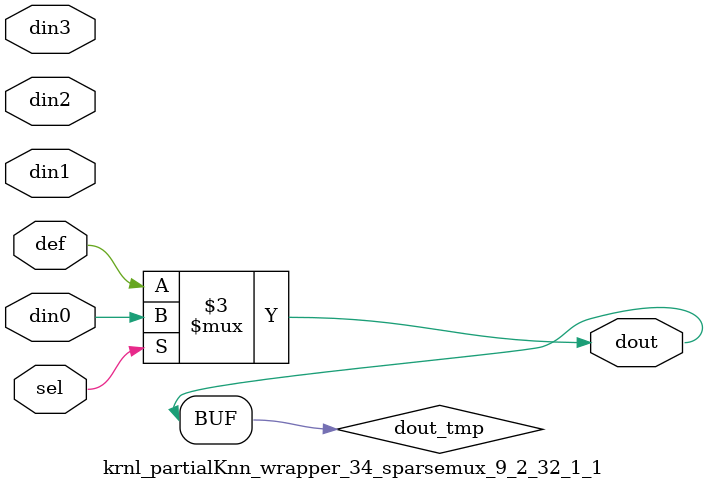
<source format=v>
`timescale 1 ns / 1 ps
module krnl_partialKnn_wrapper_34_sparsemux_9_2_32_1_1 (din0,din1,din2,din3,def,sel,dout);
parameter din0_WIDTH = 1;
parameter din1_WIDTH = 1;
parameter din2_WIDTH = 1;
parameter din3_WIDTH = 1;
parameter def_WIDTH = 1;
parameter sel_WIDTH = 1;
parameter dout_WIDTH = 1;
parameter [sel_WIDTH-1:0] CASE0 = 1;
parameter [sel_WIDTH-1:0] CASE1 = 1;
parameter [sel_WIDTH-1:0] CASE2 = 1;
parameter [sel_WIDTH-1:0] CASE3 = 1;
parameter ID = 1;
parameter NUM_STAGE = 1;
input [din0_WIDTH-1:0] din0;
input [din1_WIDTH-1:0] din1;
input [din2_WIDTH-1:0] din2;
input [din3_WIDTH-1:0] din3;
input [def_WIDTH-1:0] def;
input [sel_WIDTH-1:0] sel;
output [dout_WIDTH-1:0] dout;
reg [dout_WIDTH-1:0] dout_tmp;
always @ (*) begin
case (sel)
    
    CASE0 : dout_tmp = din0;
    
    CASE1 : dout_tmp = din1;
    
    CASE2 : dout_tmp = din2;
    
    CASE3 : dout_tmp = din3;
    
    default : dout_tmp = def;
endcase
end
assign dout = dout_tmp;
endmodule
</source>
